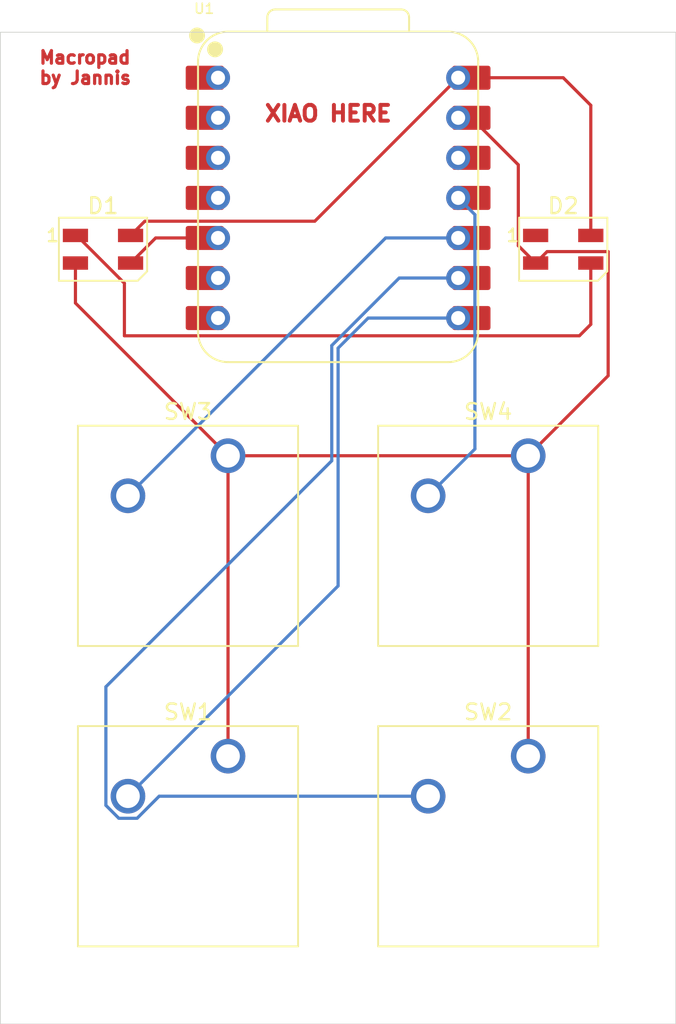
<source format=kicad_pcb>
(kicad_pcb (version 20241229) (generator "pcbnew") (generator_version "9.0")
  (layers (0 "F.Cu" signal) (2 "B.Cu" signal) (13 "F.Paste" user) (15 "B.Paste" user) (5 "F.SilkS" user "F.Silkscreen") (7 "B.SilkS" user "B.Silkscreen") (1 "F.Mask" user) (3 "B.Mask" user) (25 "Edge.Cuts" user))
  (net 0 "")
  (net 1 "Net-(D1-DOUT)")
  (net 2 "GND")
  (net 3 "+5V")
  (net 4 "Net-(D1-DIN)")
  (net 6 "Net-(U1-GPIO1{slash}RX)")
  (net 7 "Net-(U1-GPIO2{slash}SCK)")
  (net 8 "Net-(U1-GPIO4{slash}MISO)")
  (net 9 "Net-(U1-GPIO3{slash}MOSI)")
  (footprint "Button_Switch_Keyboard:SW_Cherry_MX_1.00u_Plate" (layer "F.Cu") (at 159.7025 78.26375)
    (property "Reference" "SW4" (at -2.54 -2.794 0) (layer "F.SilkS"))
    (property "Value" "SW_Push")
    (fp_line (start -9.525 -1.905) (end 4.445 -1.905) (stroke (width 0.12)) (layer "F.SilkS"))
    (fp_line (start -9.525 12.065) (end -9.525 -1.905) (stroke (width 0.12)) (layer "F.SilkS"))
    (fp_line (start 4.445 -1.905) (end 4.445 12.065) (stroke (width 0.12)) (layer "F.SilkS"))
    (fp_line (start 4.445 12.065) (end -9.525 12.065) (stroke (width 0.12)) (layer "F.SilkS"))
    (pad "" np_thru_hole circle (at -2.54 5.08) (size 4 4) (drill 4) (layers "*.Cu" "*.Mask"))
    (pad "1" thru_hole circle (at 0 0) (size 2.2 2.2) (drill 1.5) (layers "*.Cu" "*.Mask") (net 2 "GND"))
    (pad "2" thru_hole circle (at -6.35 2.54) (size 2.2 2.2) (drill 1.5) (layers "*.Cu" "*.Mask") (net 9 "Net-(U1-GPIO3{slash}MOSI)"))
  )
  (footprint "LED_SMD:LED_SK6812MINI_PLCC4_3.5x3.5mm_P1.75mm" (layer "F.Cu") (at 132.71875 65.16875)
    (property "Reference" "D1" (at 0 -2.75 0) (layer "F.SilkS"))
    (property "Value" "SK6812MINI")
    (fp_line (start -2.8 -2) (end -2.8 2) (stroke (width 0.12)) (layer "F.SilkS"))
    (fp_line (start -2.8 -2) (end 2.8 -2) (stroke (width 0.12)) (layer "F.SilkS"))
    (fp_line (start -2.8 2) (end 2.2 2) (stroke (width 0.12)) (layer "F.SilkS"))
    (fp_line (start 2.8 1.4) (end 2.2 2) (stroke (width 0.12)) (layer "F.SilkS"))
    (fp_line (start 2.8 1.4) (end 2.8 -2) (stroke (width 0.12)) (layer "F.SilkS"))
    (fp_text user "1" (at -3.2 -0.875 0) (layer "F.SilkS") (effects (font (size 0.8 0.8))))
    (pad "1" smd rect (at -1.75 -0.875) (size 1.6 0.85) (layers "F.Cu" "F.Mask" "F.Paste") (net 1 "Net-(D1-DOUT)"))
    (pad "2" smd rect (at -1.75 0.875) (size 1.6 0.85) (layers "F.Cu" "F.Mask" "F.Paste") (net 2 "GND"))
    (pad "3" smd rect (at 1.75 0.875) (size 1.6 0.85) (layers "F.Cu" "F.Mask" "F.Paste") (net 4 "Net-(D1-DIN)"))
    (pad "4" smd rect (at 1.75 -0.875) (size 1.6 0.85) (layers "F.Cu" "F.Mask" "F.Paste") (net 3 "+5V"))
  )
  (footprint "Button_Switch_Keyboard:SW_Cherry_MX_1.00u_PCB" (layer "F.Cu") (at 140.6525 97.31375)
    (property "Reference" "SW1" (at -2.54 -2.794 0) (layer "F.SilkS"))
    (property "Value" "SW_Push")
    (fp_line (start -9.525 -1.905) (end 4.445 -1.905) (stroke (width 0.12)) (layer "F.SilkS"))
    (fp_line (start -9.525 12.065) (end -9.525 -1.905) (stroke (width 0.12)) (layer "F.SilkS"))
    (fp_line (start 4.445 -1.905) (end 4.445 12.065) (stroke (width 0.12)) (layer "F.SilkS"))
    (fp_line (start 4.445 12.065) (end -9.525 12.065) (stroke (width 0.12)) (layer "F.SilkS"))
    (pad "" np_thru_hole circle (at -7.62 5.08) (size 1.7 1.7) (drill 1.7) (layers "*.Cu" "*.Mask"))
    (pad "" np_thru_hole circle (at -2.54 5.08) (size 4 4) (drill 4) (layers "*.Cu" "*.Mask"))
    (pad "" np_thru_hole circle (at 2.54 5.08) (size 1.7 1.7) (drill 1.7) (layers "*.Cu" "*.Mask"))
    (pad "1" thru_hole circle (at 0 0) (size 2.2 2.2) (drill 1.5) (layers "*.Cu" "*.Mask") (net 2 "GND"))
    (pad "2" thru_hole circle (at -6.35 2.54) (size 2.2 2.2) (drill 1.5) (layers "*.Cu" "*.Mask") (net 6 "Net-(U1-GPIO1{slash}RX)"))
  )
  (footprint "Button_Switch_Keyboard:SW_Cherry_MX_1.00u_Plate" (layer "F.Cu") (at 159.7025 97.31375)
    (property "Reference" "SW2" (at -2.54 -2.794 0) (layer "F.SilkS"))
    (property "Value" "SW_Push")
    (fp_line (start -9.525 -1.905) (end 4.445 -1.905) (stroke (width 0.12)) (layer "F.SilkS"))
    (fp_line (start -9.525 12.065) (end -9.525 -1.905) (stroke (width 0.12)) (layer "F.SilkS"))
    (fp_line (start 4.445 -1.905) (end 4.445 12.065) (stroke (width 0.12)) (layer "F.SilkS"))
    (fp_line (start 4.445 12.065) (end -9.525 12.065) (stroke (width 0.12)) (layer "F.SilkS"))
    (pad "" np_thru_hole circle (at -2.54 5.08) (size 4 4) (drill 4) (layers "*.Cu" "*.Mask"))
    (pad "1" thru_hole circle (at 0 0) (size 2.2 2.2) (drill 1.5) (layers "*.Cu" "*.Mask") (net 2 "GND"))
    (pad "2" thru_hole circle (at -6.35 2.54) (size 2.2 2.2) (drill 1.5) (layers "*.Cu" "*.Mask") (net 7 "Net-(U1-GPIO2{slash}SCK)"))
  )
  (footprint "Button_Switch_Keyboard:SW_Cherry_MX_1.00u_Plate" (layer "F.Cu") (at 140.6525 78.26375)
    (property "Reference" "SW3" (at -2.54 -2.794 0) (layer "F.SilkS"))
    (property "Value" "SW_Push")
    (fp_line (start -9.525 -1.905) (end 4.445 -1.905) (stroke (width 0.12)) (layer "F.SilkS"))
    (fp_line (start -9.525 12.065) (end -9.525 -1.905) (stroke (width 0.12)) (layer "F.SilkS"))
    (fp_line (start 4.445 -1.905) (end 4.445 12.065) (stroke (width 0.12)) (layer "F.SilkS"))
    (fp_line (start 4.445 12.065) (end -9.525 12.065) (stroke (width 0.12)) (layer "F.SilkS"))
    (pad "" np_thru_hole circle (at -2.54 5.08) (size 4 4) (drill 4) (layers "*.Cu" "*.Mask"))
    (pad "1" thru_hole circle (at 0 0) (size 2.2 2.2) (drill 1.5) (layers "*.Cu" "*.Mask") (net 2 "GND"))
    (pad "2" thru_hole circle (at -6.35 2.54) (size 2.2 2.2) (drill 1.5) (layers "*.Cu" "*.Mask") (net 8 "Net-(U1-GPIO4{slash}MISO)"))
  )
  (footprint "OPL:XIAO-RP2040-DIP" (layer "F.Cu") (at 147.6375 61.9125)
    (property "Reference" "U1" (at -8.5 -12 0) (layer "F.SilkS") (effects (font (size 0.635 0.635) (thickness 0.1016))))
    (property "Value" "XIAO-RP2040-DIP")
    (fp_line (start -8.89 8.509) (end -8.89 -8.636) (stroke (width 0.127)) (layer "F.SilkS"))
    (fp_line (start -6.985 10.414) (end 6.985 10.414) (stroke (width 0.127)) (layer "F.SilkS"))
    (fp_line (start -4.495 -10.541) (end -4.491272 -11.451272) (stroke (width 0.127)) (layer "F.SilkS"))
    (fp_line (start -3.991272 -11.951) (end 4.004 -11.951) (stroke (width 0.127)) (layer "F.SilkS"))
    (fp_line (start 4.504 -11.451) (end 4.504 -10.541) (stroke (width 0.127)) (layer "F.SilkS"))
    (fp_line (start 6.985 -10.541) (end -6.985 -10.541) (stroke (width 0.1)) (layer "F.SilkS"))
    (fp_line (start 6.985 -10.541) (end -6.985 -10.541) (stroke (width 0.127)) (layer "F.SilkS"))
    (fp_line (start 8.89 8.509) (end 8.89 -8.636) (stroke (width 0.127)) (layer "F.SilkS"))
    (fp_arc (start -8.89 -8.636) (mid -8.332038 -9.983038) (end -6.985 -10.541) (stroke (width 0.127)) (layer "F.SilkS"))
    (fp_arc (start -6.985 10.414) (mid -8.332038 9.856038) (end -8.89 8.509) (stroke (width 0.127)) (layer "F.SilkS"))
    (fp_arc (start -4.491272 -11.451272) (mid -4.344728 -11.80464) (end -3.991272 -11.951) (stroke (width 0.127)) (layer "F.SilkS"))
    (fp_arc (start 4.004 -11.951) (mid 4.357553 -11.804553) (end 4.504 -11.451) (stroke (width 0.127)) (layer "F.SilkS"))
    (fp_arc (start 6.985 -10.541) (mid 8.332038 -9.983038) (end 8.89 -8.636) (stroke (width 0.127)) (layer "F.SilkS"))
    (fp_arc (start 8.89 8.509) (mid 8.332038 9.856038) (end 6.985 10.414) (stroke (width 0.127)) (layer "F.SilkS"))
    (fp_circle (center -8.95 -10.3) (end -8.95 -10.554) (stroke (width 0.5)) (fill yes) (layer "F.SilkS"))
    (fp_circle (center -7.807 -9.42) (end -7.807 -9.674) (stroke (width 0.5)) (fill yes) (layer "F.SilkS"))
    (pad "1" smd roundrect (at -8.455 -7.62 180) (size 2.432 1.524) (layers "F.Cu" "F.Mask") (roundrect_rratio 0.1))
    (pad "1" thru_hole circle (at -7.62 -7.62 180) (size 1.524 1.524) (drill 0.889) (layers "*.Cu" "*.Mask"))
    (pad "2" smd roundrect (at -8.455 -5.08 180) (size 2.432 1.524) (layers "F.Cu" "F.Mask") (roundrect_rratio 0.1))
    (pad "2" thru_hole circle (at -7.62 -5.08 180) (size 1.524 1.524) (drill 0.889) (layers "*.Cu" "*.Mask"))
    (pad "3" smd roundrect (at -8.455 -2.54 180) (size 2.432 1.524) (layers "F.Cu" "F.Mask") (roundrect_rratio 0.1))
    (pad "3" thru_hole circle (at -7.62 -2.54 180) (size 1.524 1.524) (drill 0.889) (layers "*.Cu" "*.Mask"))
    (pad "4" smd roundrect (at -8.455 0 180) (size 2.432 1.524) (layers "F.Cu" "F.Mask") (roundrect_rratio 0.1))
    (pad "4" thru_hole circle (at -7.62 0 180) (size 1.524 1.524) (drill 0.889) (layers "*.Cu" "*.Mask"))
    (pad "5" smd roundrect (at -8.455 2.54 180) (size 2.432 1.524) (layers "F.Cu" "F.Mask") (roundrect_rratio 0.1) (net 4 "Net-(D1-DIN)"))
    (pad "5" thru_hole circle (at -7.62 2.54 180) (size 1.524 1.524) (drill 0.889) (layers "*.Cu" "*.Mask") (net 4 "Net-(D1-DIN)"))
    (pad "6" smd roundrect (at -8.455 5.08 180) (size 2.432 1.524) (layers "F.Cu" "F.Mask") (roundrect_rratio 0.1))
    (pad "6" thru_hole circle (at -7.62 5.08 180) (size 1.524 1.524) (drill 0.889) (layers "*.Cu" "*.Mask"))
    (pad "7" smd roundrect (at -8.455 7.62 180) (size 2.432 1.524) (layers "F.Cu" "F.Mask") (roundrect_rratio 0.1))
    (pad "7" thru_hole circle (at -7.62 7.62 180) (size 1.524 1.524) (drill 0.889) (layers "*.Cu" "*.Mask"))
    (pad "8" thru_hole circle (at 7.62 7.62) (size 1.524 1.524) (drill 0.889) (layers "*.Cu" "*.Mask") (net 6 "Net-(U1-GPIO1{slash}RX)"))
    (pad "8" smd roundrect (at 8.455 7.62) (size 2.432 1.524) (layers "F.Cu" "F.Mask") (roundrect_rratio 0.1) (net 6 "Net-(U1-GPIO1{slash}RX)"))
    (pad "9" thru_hole circle (at 7.62 5.08) (size 1.524 1.524) (drill 0.889) (layers "*.Cu" "*.Mask") (net 7 "Net-(U1-GPIO2{slash}SCK)"))
    (pad "9" smd roundrect (at 8.455 5.08) (size 2.432 1.524) (layers "F.Cu" "F.Mask") (roundrect_rratio 0.1) (net 7 "Net-(U1-GPIO2{slash}SCK)"))
    (pad "10" thru_hole circle (at 7.62 2.54) (size 1.524 1.524) (drill 0.889) (layers "*.Cu" "*.Mask") (net 8 "Net-(U1-GPIO4{slash}MISO)"))
    (pad "10" smd roundrect (at 8.455 2.54) (size 2.432 1.524) (layers "F.Cu" "F.Mask") (roundrect_rratio 0.1) (net 8 "Net-(U1-GPIO4{slash}MISO)"))
    (pad "11" thru_hole circle (at 7.62 0) (size 1.524 1.524) (drill 0.889) (layers "*.Cu" "*.Mask") (net 9 "Net-(U1-GPIO3{slash}MOSI)"))
    (pad "11" smd roundrect (at 8.455 0) (size 2.432 1.524) (layers "F.Cu" "F.Mask") (roundrect_rratio 0.1) (net 9 "Net-(U1-GPIO3{slash}MOSI)"))
    (pad "12" thru_hole circle (at 7.62 -2.54) (size 1.524 1.524) (drill 0.889) (layers "*.Cu" "*.Mask"))
    (pad "12" smd roundrect (at 8.455 -2.54) (size 2.432 1.524) (layers "F.Cu" "F.Mask") (roundrect_rratio 0.1))
    (pad "13" thru_hole circle (at 7.62 -5.08) (size 1.524 1.524) (drill 0.889) (layers "*.Cu" "*.Mask") (net 2 "GND"))
    (pad "13" smd roundrect (at 8.455 -5.08) (size 2.432 1.524) (layers "F.Cu" "F.Mask") (roundrect_rratio 0.1) (net 2 "GND"))
    (pad "14" thru_hole circle (at 7.62 -7.62) (size 1.524 1.524) (drill 0.889) (layers "*.Cu" "*.Mask") (net 3 "+5V"))
    (pad "14" smd roundrect (at 8.455 -7.62) (size 2.432 1.524) (layers "F.Cu" "F.Mask") (roundrect_rratio 0.1) (net 3 "+5V"))
  )
  (footprint "LED_SMD:LED_SK6812MINI_PLCC4_3.5x3.5mm_P1.75mm" (layer "F.Cu") (at 161.925 65.16875)
    (property "Reference" "D2" (at 0 -2.75 0) (layer "F.SilkS"))
    (property "Value" "SK6812MINI")
    (fp_line (start -2.8 -2) (end -2.8 2) (stroke (width 0.12)) (layer "F.SilkS"))
    (fp_line (start -2.8 -2) (end 2.8 -2) (stroke (width 0.12)) (layer "F.SilkS"))
    (fp_line (start -2.8 2) (end 2.2 2) (stroke (width 0.12)) (layer "F.SilkS"))
    (fp_line (start 2.8 1.4) (end 2.2 2) (stroke (width 0.12)) (layer "F.SilkS"))
    (fp_line (start 2.8 1.4) (end 2.8 -2) (stroke (width 0.12)) (layer "F.SilkS"))
    (fp_text user "1" (at -3.2 -0.875 0) (layer "F.SilkS") (effects (font (size 0.8 0.8))))
    (pad "1" smd rect (at -1.75 -0.875) (size 1.6 0.85) (layers "F.Cu" "F.Mask" "F.Paste"))
    (pad "2" smd rect (at -1.75 0.875) (size 1.6 0.85) (layers "F.Cu" "F.Mask" "F.Paste") (net 2 "GND"))
    (pad "3" smd rect (at 1.75 0.875) (size 1.6 0.85) (layers "F.Cu" "F.Mask" "F.Paste") (net 1 "Net-(D1-DOUT)"))
    (pad "4" smd rect (at 1.75 -0.875) (size 1.6 0.85) (layers "F.Cu" "F.Mask" "F.Paste") (net 3 "+5V"))
  )
  (gr_rect (start 126.20625 51.40725) (end 169.06875 114.3) (stroke (width 0.05)) (fill no) (layer "Edge.Cuts"))
  (gr_text "XIAO HERE" (at 142.875 57.15 0) (layer "F.Cu") (effects (font (size 1 1) (thickness 0.25) (bold yes)) (justify left bottom)))
  (gr_text "Macropad\nby Jannis" (at 128.5875 54.76875 0) (layer "F.Cu") (effects (font (size 0.8 0.8) (thickness 0.2) (bold yes)) (justify left bottom)))
  (segment (start 134.076 70.65725) (end 134.076 67.324) (width 0.2) (layer "F.Cu") (net 1))
  (segment (start 131.04575 64.29375) (end 130.96875 64.29375) (width 0.2) (layer "F.Cu") (net 1))
  (segment (start 134.076 67.324) (end 131.04575 64.29375) (width 0.2) (layer "F.Cu") (net 1))
  (segment (start 162.949 70.65725) (end 134.076 70.65725) (width 0.2) (layer "F.Cu") (net 1))
  (segment (start 162.949 70.65725) (end 163.675 69.93125) (width 0.2) (layer "F.Cu") (net 1))
  (segment (start 163.675 69.93125) (end 163.675 66.04375) (width 0.2) (layer "F.Cu") (net 1))
  (segment (start 140.6525 78.26375) (end 159.7025 78.26375) (width 0.2) (layer "F.Cu") (net 2))
  (segment (start 140.6525 97.31375) (end 140.6525 78.26375) (width 0.2) (layer "F.Cu") (net 2))
  (segment (start 159.074 59.814) (end 159.074 64.94275) (width 0.2) (layer "F.Cu") (net 2))
  (segment (start 130.96875 68.58) (end 130.96875 66.04375) (width 0.2) (layer "F.Cu") (net 2))
  (segment (start 164.776 73.19025) (end 164.776 65.31775) (width 0.2) (layer "F.Cu") (net 2))
  (segment (start 159.7025 97.31375) (end 159.7025 78.26375) (width 0.2) (layer "F.Cu") (net 2))
  (segment (start 140.6525 78.26375) (end 130.96875 68.58) (width 0.2) (layer "F.Cu") (net 2))
  (segment (start 159.074 64.94275) (end 160.175 66.04375) (width 0.2) (layer "F.Cu") (net 2))
  (segment (start 164.776 65.31775) (end 160.901 65.31775) (width 0.2) (layer "F.Cu") (net 2))
  (segment (start 160.901 65.31775) (end 160.175 66.04375) (width 0.2) (layer "F.Cu") (net 2))
  (segment (start 159.7025 78.26375) (end 164.776 73.19025) (width 0.2) (layer "F.Cu") (net 2))
  (segment (start 156.0925 56.8325) (end 159.074 59.814) (width 0.2) (layer "F.Cu") (net 2))
  (segment (start 146.1605 63.3895) (end 155.2575 54.2925) (width 0.2) (layer "F.Cu") (net 3))
  (segment (start 163.675 64.29375) (end 163.675 56.0425) (width 0.2) (layer "F.Cu") (net 3))
  (segment (start 163.675 56.0425) (end 161.925 54.2925) (width 0.2) (layer "F.Cu") (net 3))
  (segment (start 161.925 54.2925) (end 156.0925 54.2925) (width 0.2) (layer "F.Cu") (net 3))
  (segment (start 134.46875 64.29375) (end 135.373 63.3895) (width 0.2) (layer "F.Cu") (net 3))
  (segment (start 135.373 63.3895) (end 146.1605 63.3895) (width 0.2) (layer "F.Cu") (net 3))
  (segment (start 136.06 64.4525) (end 140.0175 64.4525) (width 0.2) (layer "F.Cu") (net 4))
  (segment (start 134.46875 66.04375) (end 136.06 64.4525) (width 0.2) (layer "F.Cu") (net 4))
  (segment (start 134.3025 99.85375) (end 147.6375 86.51875) (width 0.2) (layer "B.Cu") (net 6))
  (segment (start 147.6375 71.4375) (end 149.5425 69.5325) (width 0.2) (layer "B.Cu") (net 6))
  (segment (start 149.5425 69.5325) (end 155.2575 69.5325) (width 0.2) (layer "B.Cu") (net 6))
  (segment (start 147.6375 86.51875) (end 147.6375 71.4375) (width 0.2) (layer "B.Cu") (net 6))
  (segment (start 147.2365 71.2714) (end 147.2365 78.58125) (width 0.2) (layer "B.Cu") (net 7))
  (segment (start 155.2575 66.9925) (end 151.5154 66.9925) (width 0.2) (layer "B.Cu") (net 7))
  (segment (start 151.5154 66.9925) (end 147.2365 71.2714) (width 0.2) (layer "B.Cu") (net 7))
  (segment (start 147.2365 78.58125) (end 132.9015 92.91625) (width 0.2) (layer "B.Cu") (net 7))
  (segment (start 133.722186 101.25475) (end 134.882814 101.25475) (width 0.2) (layer "B.Cu") (net 7))
  (segment (start 132.9015 92.91625) (end 132.9015 100.434064) (width 0.2) (layer "B.Cu") (net 7))
  (segment (start 136.283814 99.85375) (end 153.3525 99.85375) (width 0.2) (layer "B.Cu") (net 7))
  (segment (start 132.9015 100.434064) (end 133.722186 101.25475) (width 0.2) (layer "B.Cu") (net 7))
  (segment (start 134.882814 101.25475) (end 136.283814 99.85375) (width 0.2) (layer "B.Cu") (net 7))
  (segment (start 134.3025 80.80375) (end 150.65375 64.4525) (width 0.2) (layer "B.Cu") (net 8))
  (segment (start 150.65375 64.4525) (end 155.2575 64.4525) (width 0.2) (layer "B.Cu") (net 8))
  (segment (start 156.3205 62.9755) (end 155.2575 61.9125) (width 0.2) (layer "B.Cu") (net 9))
  (segment (start 153.3525 80.80375) (end 156.3205 77.83575) (width 0.2) (layer "B.Cu") (net 9))
  (segment (start 156.3205 77.83575) (end 156.3205 62.9755) (width 0.2) (layer "B.Cu") (net 9))
)
</source>
